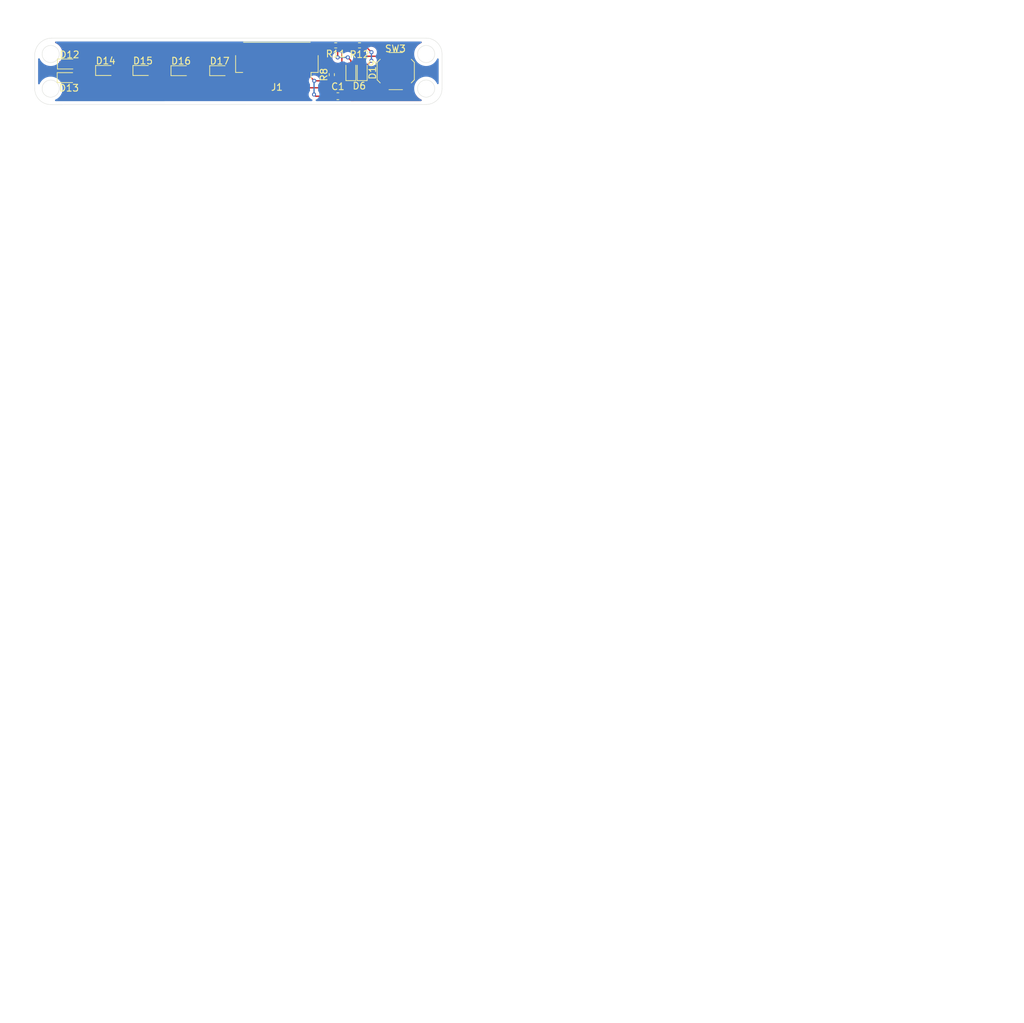
<source format=kicad_pcb>
(kicad_pcb (version 20241229) (generator "pcbnew") (generator_version "9.0")
  (layers (0 "F.Cu" signal) (2 "B.Cu" signal) (13 "F.Paste" user) (15 "B.Paste" user) (5 "F.SilkS" user "F.Silkscreen") (7 "B.SilkS" user "B.Silkscreen") (1 "F.Mask" user) (3 "B.Mask" user) (25 "Edge.Cuts" user))
  (net 0 "")
  (net 1 "power")
  (net 2 "GND")
  (net 3 "Net-(D6-A)")
  (net 4 "power_led")
  (net 5 "bat_15")
  (net 6 "bat_15_30")
  (net 7 "bat_30_45")
  (net 8 "bat_45_60")
  (net 9 "bat_60_75")
  (net 10 "bat_75")
  (net 11 "Net-(D19-A)")
  (net 12 "bt_blue_led")
  (footprint "LED_SMD:LED_0603_1608Metric" (layer "F.Cu") (at 24.985 23.98)
    (property "Reference" "D12" (at 0.305 -1.38 0) (layer "F.SilkS"))
    (property "Value" "LED" (hide yes))
    (fp_line (start -1.485 -0.735) (end -1.485 0.735) (stroke (width 0.12)) (layer "F.SilkS"))
    (fp_line (start -1.485 0.735) (end 0.8 0.735) (stroke (width 0.12)) (layer "F.SilkS"))
    (fp_line (start 0.8 -0.735) (end -1.485 -0.735) (stroke (width 0.12)) (layer "F.SilkS"))
    (pad "1" smd roundrect (at -0.7875 0) (size 0.875 0.95) (layers "F.Cu" "F.Mask" "F.Paste") (net 2 "GND"))
    (pad "2" smd roundrect (at 0.7875 0) (size 0.875 0.95) (layers "F.Cu" "F.Mask" "F.Paste") (net 5 "bat_15"))
  )
  (footprint "LED_SMD:LED_0603_1608Metric" (layer "F.Cu") (at 41.8025 24.97)
    (property "Reference" "D16" (at 0 -1.43 0) (layer "F.SilkS"))
    (property "Value" "LED")
    (fp_line (start -1.485 -0.735) (end -1.485 0.735) (stroke (width 0.12)) (layer "F.SilkS"))
    (fp_line (start -1.485 0.735) (end 0.8 0.735) (stroke (width 0.12)) (layer "F.SilkS"))
    (fp_line (start 0.8 -0.735) (end -1.485 -0.735) (stroke (width 0.12)) (layer "F.SilkS"))
    (pad "1" smd roundrect (at -0.7875 0) (size 0.875 0.95) (layers "F.Cu" "F.Mask" "F.Paste") (net 2 "GND"))
    (pad "2" smd roundrect (at 0.7875 0) (size 0.875 0.95) (layers "F.Cu" "F.Mask" "F.Paste") (net 9 "bat_60_75"))
  )
  (footprint "Resistor_SMD:R_0402_1005Metric_Pad0.72x0.64mm_HandSolder" (layer "F.Cu") (at 68.2325 21.22)
    (property "Reference" "R12" (at 0 1.35 0) (layer "F.SilkS"))
    (property "Value" "1kΩ")
    (fp_line (start -0.167621 -0.38) (end 0.167621 -0.38) (stroke (width 0.12)) (layer "F.SilkS"))
    (fp_line (start -0.167621 0.38) (end 0.167621 0.38) (stroke (width 0.12)) (layer "F.SilkS"))
    (pad "1" smd roundrect (at -0.5975 0) (size 0.715 0.64) (layers "F.Cu" "F.Mask" "F.Paste") (net 1 "power"))
    (pad "2" smd roundrect (at 0.5975 0) (size 0.715 0.64) (layers "F.Cu" "F.Mask" "F.Paste") (net 11 "Net-(D19-A)"))
  )
  (footprint "Connector_JST:JST_SH_SM10B-SRSS-TB_1x10-1MP_P1.00mm_Horizontal" (layer "F.Cu") (at 56 23.44 180)
    (property "Reference" "J1" (at 0 -3.98 0) (layer "F.SilkS"))
    (property "Value" "Conn_01x10_MountingPin" (hide yes))
    (fp_line (start 6.11 0.715) (end 6.11 -1.785) (stroke (width 0.12)) (layer "F.SilkS"))
    (fp_line (start 6.11 -1.785) (end 5.06 -1.785) (stroke (width 0.12)) (layer "F.SilkS"))
    (fp_line (start -4.94 2.685) (end 4.94 2.685) (stroke (width 0.12)) (layer "F.SilkS"))
    (fp_line (start -5.06 -1.785) (end -5.06 -2.775) (stroke (width 0.12)) (layer "F.SilkS"))
    (fp_line (start -6.11 0.715) (end -6.11 -1.785) (stroke (width 0.12)) (layer "F.SilkS"))
    (fp_line (start -6.11 -1.785) (end -5.06 -1.785) (stroke (width 0.12)) (layer "F.SilkS"))
    (pad "1" smd roundrect (at -4.5 -2 180) (size 0.6 1.55) (layers "F.Cu" "F.Mask" "F.Paste") (net 1 "power"))
    (pad "2" smd roundrect (at -3.5 -2 180) (size 0.6 1.55) (layers "F.Cu" "F.Mask" "F.Paste") (net 4 "power_led"))
    (pad "3" smd roundrect (at -2.5 -2 180) (size 0.6 1.55) (layers "F.Cu" "F.Mask" "F.Paste") (net 12 "bt_blue_led"))
    (pad "4" smd roundrect (at 3.5 -2 180) (size 0.6 1.55) (layers "F.Cu" "F.Mask" "F.Paste") (net 10 "bat_75"))
    (pad "5" smd roundrect (at 2.5 -2 180) (size 0.6 1.55) (layers "F.Cu" "F.Mask" "F.Paste") (net 9 "bat_60_75"))
    (pad "6" smd roundrect (at 1.5 -2 180) (size 0.6 1.55) (layers "F.Cu" "F.Mask" "F.Paste") (net 8 "bat_45_60"))
    (pad "7" smd roundrect (at 0.5 -2 180) (size 0.6 1.55) (layers "F.Cu" "F.Mask" "F.Paste") (net 7 "bat_30_45"))
    (pad "8" smd roundrect (at -1.5 -2 180) (size 0.6 1.55) (layers "F.Cu" "F.Mask" "F.Paste") (net 6 "bat_15_30"))
    (pad "9" smd roundrect (at -0.5 -2 180) (size 0.6 1.55) (layers "F.Cu" "F.Mask" "F.Paste") (net 5 "bat_15"))
    (pad "10" smd roundrect (at 4.5 -2 180) (size 0.6 1.55) (layers "F.Cu" "F.Mask" "F.Paste") (net 2 "GND"))
    (pad "MP" smd roundrect (at -5.8 1.875 180) (size 1.2 1.8) (layers "F.Cu" "F.Mask" "F.Paste") (roundrect_rratio 0.208333) (net 2 "GND"))
    (pad "MP" smd roundrect (at 5.8 1.875 180) (size 1.2 1.8) (layers "F.Cu" "F.Mask" "F.Paste") (roundrect_rratio 0.208333) (net 2 "GND"))
  )
  (footprint "LED_SMD:LED_0603_1608Metric" (layer "F.Cu") (at 30.6425 24.94)
    (property "Reference" "D14" (at 0 -1.43 0) (layer "F.SilkS"))
    (property "Value" "LED")
    (fp_line (start -1.485 -0.735) (end -1.485 0.735) (stroke (width 0.12)) (layer "F.SilkS"))
    (fp_line (start -1.485 0.735) (end 0.8 0.735) (stroke (width 0.12)) (layer "F.SilkS"))
    (fp_line (start 0.8 -0.735) (end -1.485 -0.735) (stroke (width 0.12)) (layer "F.SilkS"))
    (pad "1" smd roundrect (at -0.7875 0) (size 0.875 0.95) (layers "F.Cu" "F.Mask" "F.Paste") (net 2 "GND"))
    (pad "2" smd roundrect (at 0.7875 0) (size 0.875 0.95) (layers "F.Cu" "F.Mask" "F.Paste") (net 7 "bat_30_45"))
  )
  (footprint "LED_SMD:LED_0603_1608Metric" (layer "F.Cu") (at 68.63 24.96 90)
    (property "Reference" "D19" (at 0.14 1.53 90) (layer "F.SilkS"))
    (property "Value" "LED")
    (fp_line (start 0.8 -0.735) (end -1.485 -0.735) (stroke (width 0.12)) (layer "F.SilkS"))
    (fp_line (start -1.485 -0.735) (end -1.485 0.735) (stroke (width 0.12)) (layer "F.SilkS"))
    (fp_line (start -1.485 0.735) (end 0.8 0.735) (stroke (width 0.12)) (layer "F.SilkS"))
    (pad "1" smd roundrect (at -0.7875 0 90) (size 0.875 0.95) (layers "F.Cu" "F.Mask" "F.Paste") (net 4 "power_led"))
    (pad "2" smd roundrect (at 0.7875 0 90) (size 0.875 0.95) (layers "F.Cu" "F.Mask" "F.Paste") (net 11 "Net-(D19-A)"))
  )
  (footprint "LED_SMD:LED_0603_1608Metric" (layer "F.Cu") (at 66.95 24.9575 90)
    (property "Reference" "D6" (at -2.2725 1.25 180) (layer "F.SilkS"))
    (property "Value" "LED")
    (fp_line (start 0.8 -0.735) (end -1.485 -0.735) (stroke (width 0.12)) (layer "F.SilkS"))
    (fp_line (start -1.485 -0.735) (end -1.485 0.735) (stroke (width 0.12)) (layer "F.SilkS"))
    (fp_line (start -1.485 0.735) (end 0.8 0.735) (stroke (width 0.12)) (layer "F.SilkS"))
    (pad "1" smd roundrect (at -0.7875 0 90) (size 0.875 0.95) (layers "F.Cu" "F.Mask" "F.Paste") (net 4 "power_led"))
    (pad "2" smd roundrect (at 0.7875 0 90) (size 0.875 0.95) (layers "F.Cu" "F.Mask" "F.Paste") (net 3 "Net-(D6-A)"))
  )
  (footprint "LED_SMD:LED_0603_1608Metric" (layer "F.Cu") (at 36.1625 24.94)
    (property "Reference" "D15" (at 0 -1.43 0) (layer "F.SilkS"))
    (property "Value" "LED")
    (fp_line (start -1.485 -0.735) (end -1.485 0.735) (stroke (width 0.12)) (layer "F.SilkS"))
    (fp_line (start -1.485 0.735) (end 0.8 0.735) (stroke (width 0.12)) (layer "F.SilkS"))
    (fp_line (start 0.8 -0.735) (end -1.485 -0.735) (stroke (width 0.12)) (layer "F.SilkS"))
    (pad "1" smd roundrect (at -0.7875 0) (size 0.875 0.95) (layers "F.Cu" "F.Mask" "F.Paste") (net 2 "GND"))
    (pad "2" smd roundrect (at 0.7875 0) (size 0.875 0.95) (layers "F.Cu" "F.Mask" "F.Paste") (net 8 "bat_45_60"))
  )
  (footprint "Resistor_SMD:R_0402_1005Metric_Pad0.72x0.64mm_HandSolder" (layer "F.Cu") (at 64.13 25.56 90)
    (property "Reference" "R8" (at 0 -1.17 90) (layer "F.SilkS"))
    (property "Value" "1kΩ")
    (fp_line (start -0.167621 -0.38) (end 0.167621 -0.38) (stroke (width 0.12)) (layer "F.SilkS"))
    (fp_line (start -0.167621 0.38) (end 0.167621 0.38) (stroke (width 0.12)) (layer "F.SilkS"))
    (pad "1" smd roundrect (at -0.5975 0 90) (size 0.715 0.64) (layers "F.Cu" "F.Mask" "F.Paste") (net 1 "power"))
    (pad "2" smd roundrect (at 0.5975 0 90) (size 0.715 0.64) (layers "F.Cu" "F.Mask" "F.Paste") (net 2 "GND"))
  )
  (footprint "Capacitor_SMD:C_0603_1608Metric_Pad1.08x0.95mm_HandSolder" (layer "F.Cu") (at 65.03 28.75)
    (property "Reference" "C1" (at 0 -1.43 0) (layer "F.SilkS"))
    (property "Value" "100nF")
    (fp_line (start -0.146267 -0.51) (end 0.146267 -0.51) (stroke (width 0.12)) (layer "F.SilkS"))
    (fp_line (start -0.146267 0.51) (end 0.146267 0.51) (stroke (width 0.12)) (layer "F.SilkS"))
    (pad "1" smd roundrect (at -0.8625 0) (size 1.075 0.95) (layers "F.Cu" "F.Mask" "F.Paste") (net 1 "power"))
    (pad "2" smd roundrect (at 0.8625 0) (size 1.075 0.95) (layers "F.Cu" "F.Mask" "F.Paste") (net 2 "GND"))
  )
  (footprint "Button_Switch_SMD:SW_Push_1P1T_XKB_TS-1187A" (layer "F.Cu") (at 73.6 25.03 90)
    (property "Reference" "SW3" (at 3.32 -0.05 180) (layer "F.SilkS"))
    (property "Value" "power")
    (fp_line (start -1.3 -2.75) (end 1.3 -2.75) (stroke (width 0.12)) (layer "F.SilkS"))
    (fp_line (start 1.75 -2.3) (end 1.3 -2.75) (stroke (width 0.12)) (layer "F.SilkS"))
    (fp_line (start -1.75 -2.3) (end -1.3 -2.75) (stroke (width 0.12)) (layer "F.SilkS"))
    (fp_line (start 2.75 -1) (end 2.75 1) (stroke (width 0.12)) (layer "F.SilkS"))
    (fp_line (start -2.75 -1) (end -2.75 1) (stroke (width 0.12)) (layer "F.SilkS"))
    (fp_line (start 1.75 2.3) (end 1.3 2.75) (stroke (width 0.12)) (layer "F.SilkS"))
    (fp_line (start -1.75 2.3) (end -1.3 2.75) (stroke (width 0.12)) (layer "F.SilkS"))
    (fp_line (start -1.3 2.75) (end 1.3 2.75) (stroke (width 0.12)) (layer "F.SilkS"))
    (pad "1" smd rect (at -3 -1.875 90) (size 1 0.75) (layers "F.Cu" "F.Mask" "F.Paste") (net 2 "GND"))
    (pad "1" smd rect (at 3 -1.875 90) (size 1 0.75) (layers "F.Cu" "F.Mask" "F.Paste") (net 2 "GND"))
    (pad "2" smd rect (at -3 1.875 90) (size 1 0.75) (layers "F.Cu" "F.Mask" "F.Paste") (net 1 "power"))
    (pad "2" smd rect (at 3 1.875 90) (size 1 0.75) (layers "F.Cu" "F.Mask" "F.Paste") (net 1 "power"))
  )
  (footprint "Resistor_SMD:R_0402_1005Metric_Pad0.72x0.64mm_HandSolder" (layer "F.Cu") (at 64.7075 21.22)
    (property "Reference" "R11" (at 0 1.26 0) (layer "F.SilkS"))
    (property "Value" "1kΩ")
    (fp_line (start -0.167621 -0.38) (end 0.167621 -0.38) (stroke (width 0.12)) (layer "F.SilkS"))
    (fp_line (start -0.167621 0.38) (end 0.167621 0.38) (stroke (width 0.12)) (layer "F.SilkS"))
    (pad "1" smd roundrect (at -0.5975 0) (size 0.715 0.64) (layers "F.Cu" "F.Mask" "F.Paste") (net 3 "Net-(D6-A)"))
    (pad "2" smd roundrect (at 0.5975 0) (size 0.715 0.64) (layers "F.Cu" "F.Mask" "F.Paste") (net 1 "power"))
  )
  (footprint "LED_SMD:LED_0603_1608Metric" (layer "F.Cu") (at 24.9525 26)
    (property "Reference" "D13" (at 0.2675 1.54 0) (layer "F.SilkS"))
    (property "Value" "LED" (hide yes))
    (fp_line (start -1.485 -0.735) (end -1.485 0.735) (stroke (width 0.12)) (layer "F.SilkS"))
    (fp_line (start -1.485 0.735) (end 0.8 0.735) (stroke (width 0.12)) (layer "F.SilkS"))
    (fp_line (start 0.8 -0.735) (end -1.485 -0.735) (stroke (width 0.12)) (layer "F.SilkS"))
    (pad "1" smd roundrect (at -0.7875 0) (size 0.875 0.95) (layers "F.Cu" "F.Mask" "F.Paste") (net 2 "GND"))
    (pad "2" smd roundrect (at 0.7875 0) (size 0.875 0.95) (layers "F.Cu" "F.Mask" "F.Paste") (net 6 "bat_15_30"))
  )
  (footprint "LED_SMD:LED_0603_1608Metric" (layer "F.Cu") (at 47.5325 24.97)
    (property "Reference" "D17" (at 0 -1.43 0) (layer "F.SilkS"))
    (property "Value" "LED")
    (fp_line (start -1.485 -0.735) (end -1.485 0.735) (stroke (width 0.12)) (layer "F.SilkS"))
    (fp_line (start -1.485 0.735) (end 0.8 0.735) (stroke (width 0.12)) (layer "F.SilkS"))
    (fp_line (start 0.8 -0.735) (end -1.485 -0.735) (stroke (width 0.12)) (layer "F.SilkS"))
    (pad "1" smd roundrect (at -0.7875 0) (size 0.875 0.95) (layers "F.Cu" "F.Mask" "F.Paste") (net 2 "GND"))
    (pad "2" smd roundrect (at 0.7875 0) (size 0.875 0.95) (layers "F.Cu" "F.Mask" "F.Paste") (net 10 "bat_75"))
  )
  (gr_arc (start 20.136051 22.686051) (mid 20.879999 20.889999) (end 22.676051 20.146051) (stroke (width 0.05)) (layer "Edge.Cuts"))
  (gr_arc (start 78.1 20.146051) (mid 79.764493 20.835507) (end 80.453949 22.5) (stroke (width 0.05)) (layer "Edge.Cuts"))
  (gr_line (start 22.676051 20.146051) (end 78.1 20.146051) (stroke (width 0.05)) (layer "Edge.Cuts"))
  (gr_line (start 78.1 29.973949) (end 22.5 29.983949) (stroke (width 0.05)) (layer "Edge.Cuts"))
  (gr_circle (center 22.5 27.62) (end 23.77 27.62) (stroke (width 0.05)) (fill no) (layer "Edge.Cuts"))
  (gr_circle (center 22.5 22.5) (end 23.77 22.5) (stroke (width 0.05)) (fill no) (layer "Edge.Cuts"))
  (gr_arc (start 22.5 29.983949) (mid 20.828436 29.291564) (end 20.136051 27.62) (stroke (width 0.05)) (layer "Edge.Cuts"))
  (gr_circle (center 78.1 22.5) (end 79.37 22.5) (stroke (width 0.05)) (fill no) (layer "Edge.Cuts"))
  (gr_arc (start 80.453949 27.62) (mid 79.764493 29.284493) (end 78.1 29.973949) (stroke (width 0.05)) (layer "Edge.Cuts"))
  (gr_line (start 20.136051 22.68605) (end 20.136051 27.62) (stroke (width 0.05)) (layer "Edge.Cuts"))
  (gr_line (start 80.453949 22.5) (end 80.453949 27.62) (stroke (width 0.05)) (layer "Edge.Cuts"))
  (gr_circle (center 78.1 27.62) (end 79.37 27.62) (stroke (width 0.05)) (fill no) (layer "Edge.Cuts"))
  (segment (start 65.305 21.22) (end 67.635 21.22) (width 0.2) (layer "F.Cu") (net 1))
  (segment (start 64.13 26.4725) (end 65.62 24.9825) (width 0.2) (layer "F.Cu") (net 1))
  (segment (start 75.475 22.03) (end 75.475 28.03) (width 0.2) (layer "F.Cu") (net 1))
  (segment (start 65.62 21.535) (end 65.305 21.22) (width 0.2) (layer "F.Cu") (net 1))
  (segment (start 74.674 22.831) (end 75.475 22.03) (width 0.2) (layer "F.Cu") (net 1))
  (segment (start 60.5 25.44) (end 61.5325 26.4725) (width 0.2) (layer "F.Cu") (net 1))
  (segment (start 65.62 24.9825) (end 65.62 21.535) (width 0.2) (layer "F.Cu") (net 1))
  (segment (start 69.246 22.831) (end 67.635 21.22) (width 0.2) (layer "F.Cu") (net 1))
  (segment (start 74.674 22.831) (end 69.246 22.831) (width 0.2) (layer "F.Cu") (net 1))
  (segment (start 61.5325 26.4725) (end 64.13 26.4725) (width 0.2) (layer "F.Cu") (net 1))
  (segment (start 64.1675 28.75) (end 61.75 28.75) (width 0.2) (layer "F.Cu") (net 1))
  (segment (start 61.75 28.75) (end 61.5 28.5) (width 0.2) (layer "F.Cu") (net 1))
  (via (at 61.5 28.5) (size 0.6) (drill 0.3) (layers "F.Cu" "B.Cu") (net 1))
  (via (at 61.5325 26.4725) (size 0.6) (drill 0.3) (layers "F.Cu" "B.Cu") (net 1))
  (segment (start 61.5 26.505) (end 61.5325 26.4725) (width 0.2) (layer "B.Cu") (net 1))
  (segment (start 61.5 28.5) (end 61.5 26.505) (width 0.2) (layer "B.Cu") (net 1))
  (segment (start 24.1975 23.3025) (end 25 22.5) (width 0.2) (layer "F.Cu") (net 2))
  (segment (start 24.1975 23.98) (end 24.1975 23.3025) (width 0.2) (layer "F.Cu") (net 2))
  (segment (start 66.95 24.17) (end 66.95 23.45) (width 0.2) (layer "F.Cu") (net 3))
  (segment (start 65 22.11) (end 64.11 21.22) (width 0.2) (layer "F.Cu") (net 3))
  (segment (start 66.95 23.45) (end 66.5 23) (width 0.2) (layer "F.Cu") (net 3))
  (segment (start 65 23) (end 65 22.11) (width 0.2) (layer "F.Cu") (net 3))
  (via (at 66.5 23) (size 0.6) (drill 0.3) (layers "F.Cu" "B.Cu") (net 3))
  (via (at 65 23) (size 0.6) (drill 0.3) (layers "F.Cu" "B.Cu") (net 3))
  (segment (start 66.5 23) (end 65 23) (width 0.2) (layer "B.Cu") (net 3))
  (segment (start 60.785001 27.5) (end 65.195 27.5) (width 0.2) (layer "F.Cu") (net 4))
  (segment (start 59.5 25.44) (end 59.5 26.214999) (width 0.2) (layer "F.Cu") (net 4))
  (segment (start 65.195 27.5) (end 66.95 25.745) (width 0.2) (layer "F.Cu") (net 4))
  (segment (start 59.5 26.214999) (end 60.785001 27.5) (width 0.2) (layer "F.Cu") (net 4))
  (segment (start 29.9125 28.12) (end 25.7725 23.98) (width 0.2) (layer "F.Cu") (net 5))
  (segment (start 54.594999 28.12) (end 29.9125 28.12) (width 0.2) (layer "F.Cu") (net 5))
  (segment (start 56.5 25.44) (end 56.5 26.214999) (width 0.2) (layer "F.Cu") (net 5))
  (segment (start 56.5 26.214999) (end 54.594999 28.12) (width 0.2) (layer "F.Cu") (net 5))
  (segment (start 57.5 25.856968) (end 54.835968 28.521) (width 0.2) (layer "F.Cu") (net 6))
  (segment (start 28.261 28.521) (end 25.74 26) (width 0.2) (layer "F.Cu") (net 6))
  (segment (start 57.5 25.44) (end 57.5 25.856968) (width 0.2) (layer "F.Cu") (net 6))
  (segment (start 54.835968 28.521) (end 28.261 28.521) (width 0.2) (layer "F.Cu") (net 6))
  (segment (start 55.5 25.44) (end 55.5 26.0671) (width 0.2) (layer "F.Cu") (net 7))
  (segment (start 34.209 27.719) (end 31.43 24.94) (width 0.2) (layer "F.Cu") (net 7))
  (segment (start 53.8481 27.719) (end 34.209 27.719) (width 0.2) (layer "F.Cu") (net 7))
  (segment (start 55.5 26.0671) (end 53.8481 27.719) (width 0.2) (layer "F.Cu") (net 7))
  (segment (start 39.328 27.318) (end 53.682 27.318) (width 0.2) (layer "F.Cu") (net 8))
  (segment (start 36.95 24.94) (end 39.328 27.318) (width 0.2) (layer "F.Cu") (net 8))
  (segment (start 53.682 27.318) (end 54.5 26.5) (width 0.2) (layer "F.Cu") (net 8))
  (segment (start 54.5 26.5) (end 54.5 25.44) (width 0.2) (layer "F.Cu") (net 8))
  (segment (start 44.537 26.917) (end 53.083 26.917) (width 0.2) (layer "F.Cu") (net 9))
  (segment (start 53.083 26.917) (end 53.5 26.5) (width 0.2) (layer "F.Cu") (net 9))
  (segment (start 53.5 26.5) (end 53.5 25.44) (width 0.2) (layer "F.Cu") (net 9))
  (segment (start 42.59 24.97) (end 44.537 26.917) (width 0.2) (layer "F.Cu") (net 9))
  (segment (start 52.5 26) (end 52.5 25.44) (width 0.2) (layer "F.Cu") (net 10))
  (segment (start 48.32 24.97) (end 49.866 26.516) (width 0.2) (layer "F.Cu") (net 10))
  (segment (start 49.866 26.516) (end 51.984 26.516) (width 0.2) (layer "F.Cu") (net 10))
  (segment (start 51.984 26.516) (end 52.5 26) (width 0.2) (layer "F.Cu") (net 10))
  (segment (start 68.83 21.22) (end 68.989 21.22) (width 0.2) (layer "F.Cu") (net 11))
  (segment (start 68.63 24.1725) (end 69.3275 24.1725) (width 0.2) (layer "F.Cu") (net 11))
  (segment (start 70 22.231) (end 70 22.075) (width 0.2) (layer "F.Cu") (net 11))
  (segment (start 69.3275 24.1725) (end 70 23.5) (width 0.2) (layer "F.Cu") (net 11))
  (segment (start 68.989 21.22) (end 70 22.231) (width 0.2) (layer "F.Cu") (net 11))
  (via (at 70 23.5) (size 0.6) (drill 0.3) (layers "F.Cu" "B.Cu") (net 11))
  (via (at 70 22.231) (size 0.6) (drill 0.3) (layers "F.Cu" "B.Cu") (net 11))
  (segment (start 70 23.5) (end 70 22.231) (width 0.2) (layer "B.Cu") (net 11))
  (zone (net 2) (net_name "GND") (layer "F.Cu") (connect_pads (clearance 0.5)) (min_thickness 0.25) (fill yes (thermal_gap 0.5) (thermal_bridge_width 0.5))
    (polygon (pts (xy 20 20) (xy 80.5 20) (xy 80.5 30) (xy 20 30)))
  )
  (zone (net 2) (net_name "GND") (layer "B.Cu") (priority 1) (connect_pads (clearance 0.5)) (min_thickness 0.25) (fill yes (thermal_gap 0.5) (thermal_bridge_width 0.5))
    (polygon (pts (xy 20 20) (xy 80.5 20) (xy 80.5 30) (xy 20 30)))
  )
)
</source>
